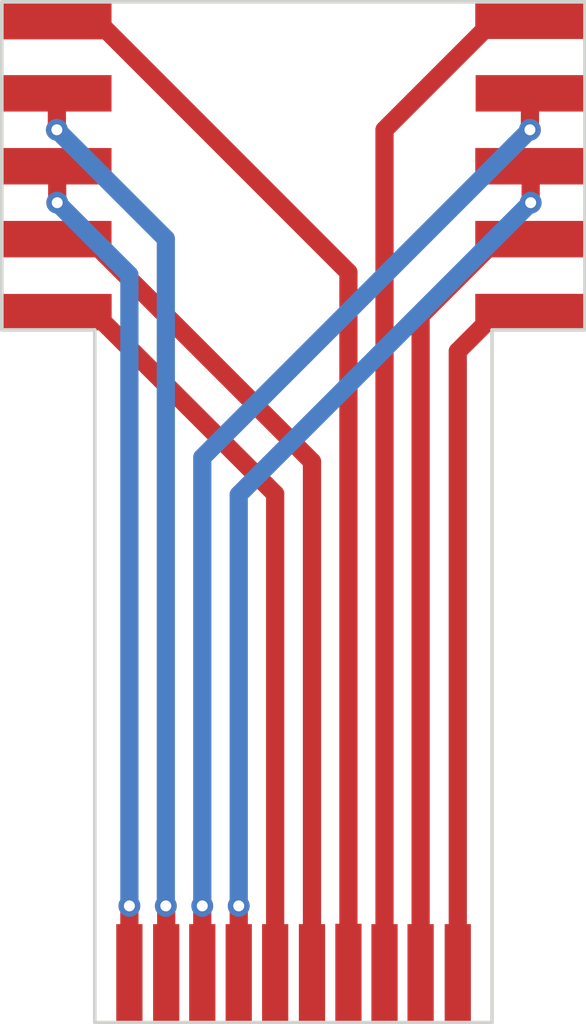
<source format=kicad_pcb>
(kicad_pcb (version 20240108) (generator "pcbnew") (generator_version "8.0")
  (layers (0 "F.Cu" signal) (31 "B.Cu" signal) (34 "B.Paste" user) (35 "F.Paste" user) (36 "B.SilkS" user "B.Silkscreen") (37 "F.SilkS" user "F.Silkscreen") (38 "B.Mask" user) (39 "F.Mask" user) (44 "Edge.Cuts" user))
  (net 0 "")
  (net 1 "unconnected-(J1-PadG3B)")
  (net 2 "unconnected-(J1-PadG3T)")
  (net 3 "unconnected-(J1-PadG1B)")
  (net 4 "unconnected-(J1-PadG2T)")
  (net 5 "unconnected-(J1-PadH3)")
  (net 6 "unconnected-(J1-PadG2B)")
  (net 7 "unconnected-(J1-PadG1T)")
  (net 8 "unconnected-(J1-PadH1)")
  (net 9 "unconnected-(J1-PadH4)")
  (net 10 "unconnected-(J1-PadH2)")
  (footprint "Clock:cable_sunshine" (layer "F.Cu") (at 0 0)
    (property "Reference" "J1" (hide yes))
    (property "Value" "Conn_01x10_Pin" (hide yes))
    (fp_line (start -8 -15) (end -8 -6) (stroke (width 0.1)) (layer "Edge.Cuts"))
    (fp_line (start -8 -6) (end -5.45 -6) (stroke (width 0.1)) (layer "Edge.Cuts"))
    (fp_line (start -5.45 -6) (end -5.45 13) (stroke (width 0.1)) (layer "Edge.Cuts"))
    (fp_line (start -5.45 13) (end 5.45 13) (stroke (width 0.1)) (layer "Edge.Cuts"))
    (fp_line (start 5.45 -6) (end 8 -6) (stroke (width 0.1)) (layer "Edge.Cuts"))
    (fp_line (start 5.45 13) (end 5.45 -6) (stroke (width 0.1)) (layer "Edge.Cuts"))
    (fp_line (start 8 -15) (end -8 -15) (stroke (width 0.1)) (layer "Edge.Cuts"))
    (fp_line (start 8 -6) (end 8 -15) (stroke (width 0.1)) (layer "Edge.Cuts"))
    (pad "G1B" smd rect (at -6.49 -8.49) (size 3 1) (layers "F.Cu" "F.Paste" "F.Mask") (net 3 "unconnected-(J1-PadG1B)"))
    (pad "G1B" smd rect (at 0.51 11.65) (size 0.72 2.7) (layers "F.Cu" "F.Paste" "F.Mask") (net 3 "unconnected-(J1-PadG1B)"))
    (pad "G1T" smd rect (at -6.487 -6.487) (size 3 1) (layers "F.Cu" "F.Paste" "F.Mask") (net 7 "unconnected-(J1-PadG1T)"))
    (pad "G1T" smd rect (at -0.5 11.65) (size 0.72 2.7) (layers "F.Cu" "F.Paste" "F.Mask") (net 7 "unconnected-(J1-PadG1T)"))
    (pad "G2B" smd rect (at 2.5 11.65) (size 0.72 2.7) (layers "F.Cu" "F.Paste" "F.Mask") (net 6 "unconnected-(J1-PadG2B)"))
    (pad "G2B" smd rect (at 6.49 -14.48) (size 3 1) (layers "F.Cu" "F.Paste" "F.Mask") (net 6 "unconnected-(J1-PadG2B)"))
    (pad "G2T" smd rect (at -6.49 -14.47) (size 3 1) (layers "F.Cu" "F.Paste" "F.Mask") (net 4 "unconnected-(J1-PadG2T)"))
    (pad "G2T" smd rect (at 1.51 11.64) (size 0.72 2.7) (layers "F.Cu" "F.Paste" "F.Mask") (net 4 "unconnected-(J1-PadG2T)"))
    (pad "G3B" smd rect (at 3.49 11.65) (size 0.72 2.7) (layers "F.Cu" "F.Paste" "F.Mask") (net 1 "unconnected-(J1-PadG3B)"))
    (pad "G3B" smd rect (at 6.49 -8.49) (size 3 1) (layers "F.Cu" "F.Paste" "F.Mask") (net 1 "unconnected-(J1-PadG3B)"))
    (pad "G3T" smd rect (at 4.51 11.65) (size 0.72 2.7) (layers "F.Cu" "F.Paste" "F.Mask") (net 2 "unconnected-(J1-PadG3T)"))
    (pad "G3T" smd rect (at 6.49 -6.49) (size 3 1) (layers "F.Cu" "F.Paste" "F.Mask") (net 2 "unconnected-(J1-PadG3T)"))
    (pad "H1" smd rect (at -6.49 -10.49) (size 3 1) (layers "F.Cu" "F.Paste" "F.Mask") (net 8 "unconnected-(J1-PadH1)"))
    (pad "H1" smd rect (at -4.5 11.65) (size 0.72 2.7) (layers "F.Cu" "F.Paste" "F.Mask") (net 8 "unconnected-(J1-PadH1)"))
    (pad "H2" smd rect (at -6.49 -12.49) (size 3 1) (layers "F.Cu" "F.Paste" "F.Mask") (net 10 "unconnected-(J1-PadH2)"))
    (pad "H2" smd rect (at -3.49 11.65) (size 0.72 2.7) (layers "F.Cu" "F.Paste" "F.Mask") (net 10 "unconnected-(J1-PadH2)"))
    (pad "H3" smd rect (at -2.5 11.65) (size 0.72 2.7) (layers "F.Cu" "F.Paste" "F.Mask") (net 5 "unconnected-(J1-PadH3)"))
    (pad "H3" smd rect (at 6.5 -12.49) (size 3 1) (layers "F.Cu" "F.Paste" "F.Mask") (net 5 "unconnected-(J1-PadH3)"))
    (pad "H4" smd rect (at -1.5 11.65) (size 0.72 2.7) (layers "F.Cu" "F.Paste" "F.Mask") (net 9 "unconnected-(J1-PadH4)"))
    (pad "H4" smd rect (at 6.49 -10.49) (size 3 1) (layers "F.Cu" "F.Paste" "F.Mask") (net 9 "unconnected-(J1-PadH4)"))
  )
  (segment (start 5.59 -8.49) (end 6.49 -8.49) (width 0.5) (layer "F.Cu") (net 1))
  (segment (start 3.49 11.65) (end 3.49 -6.39) (width 0.5) (layer "F.Cu") (net 1))
  (segment (start 3.49 -6.39) (end 5.59 -8.49) (width 0.5) (layer "F.Cu") (net 1))
  (segment (start 4.51 -5.413553) (end 5.586447 -6.49) (width 0.5) (layer "F.Cu") (net 2))
  (segment (start 4.51 11.65) (end 4.51 -5.413553) (width 0.5) (layer "F.Cu") (net 2))
  (segment (start 5.586447 -6.49) (end 6.49 -6.49) (width 0.5) (layer "F.Cu") (net 2))
  (segment (start 0.51 -2.39) (end -5.59 -8.49) (width 0.5) (layer "F.Cu") (net 3))
  (segment (start -5.59 -8.49) (end -6.49 -8.49) (width 0.5) (layer "F.Cu") (net 3))
  (segment (start 0.51 11.65) (end 0.51 -2.39) (width 0.5) (layer "F.Cu") (net 3))
  (segment (start 1.51 11.64) (end 1.51 -7.580661) (width 0.5) (layer "F.Cu") (net 4))
  (segment (start 1.51 -7.580661) (end -5.379339 -14.47) (width 0.5) (layer "F.Cu") (net 4))
  (segment (start -5.379339 -14.47) (end -6.49 -14.47) (width 0.5) (layer "F.Cu") (net 4))
  (segment (start 6.49 -11.490002) (end 6.49 -12.48) (width 0.5) (layer "F.Cu") (net 5))
  (segment (start 6.49 -12.48) (end 6.5 -12.49) (width 0.5) (layer "F.Cu") (net 5))
  (segment (start -2.5 11.65) (end -2.5 9.87) (width 0.5) (layer "F.Cu") (net 5))
  (segment (start 6.49 -12.5) (end 6.5 -12.49) (width 0.5) (layer "F.Cu") (net 5))
  (via (at -2.5 9.8) (size 0.6) (drill 0.3) (layers "F.Cu" "B.Cu") (net 5))
  (via (at 6.49 -11.490002) (size 0.6) (drill 0.3) (layers "F.Cu" "B.Cu") (net 5))
  (segment (start -2.5 9.8) (end -2.5 -2.500002) (width 0.5) (layer "B.Cu") (net 5))
  (segment (start -2.5 -2.500002) (end 6.49 -11.490002) (width 0.5) (layer "B.Cu") (net 5))
  (segment (start 2.5 11.65) (end 2.5 -11.49) (width 0.5) (layer "F.Cu") (net 6))
  (segment (start 2.5 -11.49) (end 5.49 -14.48) (width 0.5) (layer "F.Cu") (net 6))
  (segment (start 5.49 -14.48) (end 6.49 -14.48) (width 0.5) (layer "F.Cu") (net 6))
  (segment (start -6.487 -6.487) (end -5.487 -6.487) (width 0.5) (layer "F.Cu") (net 7))
  (segment (start -5.487 -6.487) (end -0.5 -1.5) (width 0.5) (layer "F.Cu") (net 7))
  (segment (start -0.5 -1.5) (end -0.5 11.65) (width 0.5) (layer "F.Cu") (net 7))
  (segment (start -4.5 11.65) (end -4.5 9.81) (width 0.5) (layer "F.Cu") (net 8))
  (segment (start -6.48 -10.48) (end -6.49 -10.49) (width 0.5) (layer "F.Cu") (net 8))
  (segment (start -6.48 -9.490002) (end -6.48 -10.48) (width 0.5) (layer "F.Cu") (net 8))
  (via (at -4.5 9.8) (size 0.6) (drill 0.3) (layers "F.Cu" "B.Cu") (net 8))
  (via (at -6.48 -9.490002) (size 0.6) (drill 0.3) (layers "F.Cu" "B.Cu") (net 8))
  (segment (start -4.5 9.81) (end -4.5 -7.510002) (width 0.5) (layer "B.Cu") (net 8))
  (segment (start -4.5 -7.510002) (end -6.48 -9.490002) (width 0.5) (layer "B.Cu") (net 8))
  (segment (start 6.51 -10.47) (end 6.49 -10.49) (width 0.5) (layer "F.Cu") (net 9))
  (segment (start 6.51 -9.490002) (end 6.51 -10.47) (width 0.5) (layer "F.Cu") (net 9))
  (segment (start -1.5 11.65) (end -1.5 9.81) (width 0.5) (layer "F.Cu") (net 9))
  (via (at 6.51 -9.490002) (size 0.6) (drill 0.3) (layers "F.Cu" "B.Cu") (net 9))
  (via (at -1.5 9.8) (size 0.6) (drill 0.3) (layers "F.Cu" "B.Cu") (net 9))
  (segment (start -1.5 -1.480002) (end 6.51 -9.490002) (width 0.5) (layer "B.Cu") (net 9))
  (segment (start -1.5 9.81) (end -1.5 -1.480002) (width 0.5) (layer "B.Cu") (net 9))
  (segment (start -3.49 9.84) (end -3.5 9.83) (width 0.5) (layer "F.Cu") (net 10))
  (segment (start -6.49 -11.49) (end -6.49 -12.49) (width 0.5) (layer "F.Cu") (net 10))
  (segment (start -3.49 11.65) (end -3.49 9.84) (width 0.5) (layer "F.Cu") (net 10))
  (via (at -3.5 9.8) (size 0.6) (drill 0.3) (layers "F.Cu" "B.Cu") (net 10))
  (via (at -6.49 -11.49) (size 0.6) (drill 0.3) (layers "F.Cu" "B.Cu") (net 10))
  (segment (start -3.5 9.8) (end -3.5 -8.5) (width 0.5) (layer "B.Cu") (net 10))
  (segment (start -3.5 -8.5) (end -6.49 -11.49) (width 0.5) (layer "B.Cu") (net 10))
)
</source>
